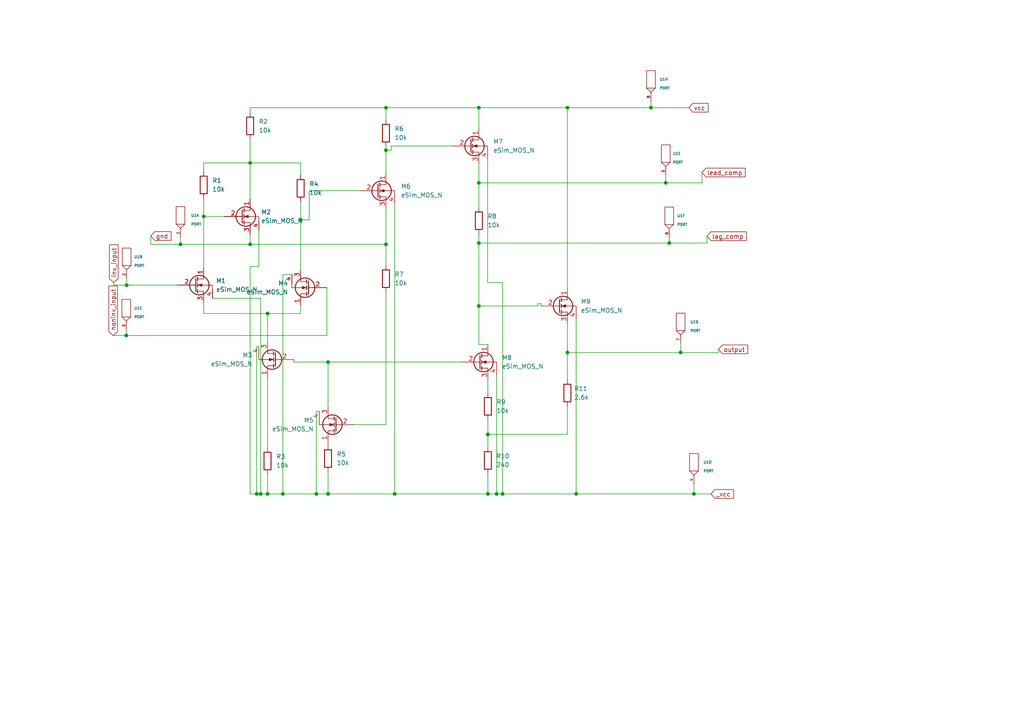
<source format=kicad_sch>
(kicad_sch (version 20211123) (generator eeschema)
  (paper "A4")
  (lib_symbols
    (symbol "eSim_Devices:eSim_MOS_N" (pin_names (offset 0) hide)
      (property "Reference" "M" (at 0 -3.81 0))
      (property "Value" "eSim_MOS_N" (at 2.54 -1.27 0))
      (symbol "eSim_MOS_N_0_1"
        (polyline (pts (xy 3.302 -7.366) (xy 3.302 -6.35)) (stroke (width 0.254)))
        (polyline (pts (xy 3.302 -6.858) (xy 5.08 -6.858)))
        (polyline (pts (xy 3.302 -5.588) (xy 3.302 -4.572)) (stroke (width 0.254)))
        (polyline (pts (xy 3.302 -5.08) (xy 5.08 -5.08)))
        (polyline (pts (xy 3.302 -3.81) (xy 3.302 -2.794)) (stroke (width 0.254)))
        (polyline (pts (xy 3.302 -3.302) (xy 5.08 -3.302)))
        (polyline (pts (xy 5.08 -7.62) (xy 5.08 -6.858)))
        (polyline (pts (xy 5.08 -3.302) (xy 5.08 -2.54)))
        (polyline (pts (xy 2.794 -6.985) (xy 2.794 -3.175) (xy 2.794 -3.175)) (stroke (width 0.254)))
        (polyline (pts (xy 5.08 -5.08) (xy 7.62 -5.08) (xy 7.62 -6.35)))
        (polyline (pts (xy 3.556 -5.08) (xy 4.572 -5.461) (xy 4.572 -4.699) (xy 3.556 -5.08)) (fill (type outline)))
        (circle (center 3.81 -5.08) (radius 2.8194) (stroke (width 0.254)))
      )
      (symbol "eSim_MOS_N_1_1"
        (pin passive line (at 5.08 0 270) (length 2.54) (name "D") (number "1"))
        (pin passive line (at -2.54 -5.08 0) (length 5.334) (name "G") (number "2"))
        (pin passive line (at 5.08 -10.16 90) (length 2.54) (name "S") (number "3"))
        (pin passive line (at 7.62 -8.89 90) (length 2.4892) (name "B") (number "4"))
      )
    )
    (symbol "eSim_Devices:resistor" (pin_numbers hide) (pin_names (offset 0))
      (property "Reference" "R" (at 1.27 3.302 0))
      (property "Value" "resistor" (at 1.27 -1.27 0))
      (symbol "resistor_0_1"
        (rectangle (start 3.81 0.254) (end -1.27 2.286) (stroke (width 0.254)))
      )
      (symbol "resistor_1_1"
        (pin passive line (at -2.54 1.27 0) (length 1.27) (name "~") (number "1"))
        (pin passive line (at 5.08 1.27 180) (length 1.27) (name "~") (number "2"))
      )
    )
    (symbol "eSim_Miscellaneous:PORT" (pin_names (offset 1.016))
      (property "Reference" "U" (at 1.27 2.54 0))
      (property "Value" "PORT" (at 0 0 0))
      (symbol "PORT_0_1"
        (rectangle (start -2.54 1.27) (end 2.54 -1.27))
        (arc (start 2.54 1.27) (mid 3.1355 0.5955) (end 3.81 0))
        (arc (start 3.81 0) (mid 3.1447 -0.6046) (end 2.54 -1.27))
      )
      (symbol "PORT_1_1"
        (pin bidirectional line (at 6.35 0 180) (length 2.54) (name "~") (number "1"))
      )
      (symbol "PORT_2_1"
        (pin bidirectional line (at 6.35 0 180) (length 2.54) (name "~") (number "2"))
      )
      (symbol "PORT_3_1"
        (pin bidirectional line (at 6.35 0 180) (length 2.54) (name "~") (number "3"))
      )
      (symbol "PORT_4_1"
        (pin bidirectional line (at 6.35 0 180) (length 2.54) (name "~") (number "4"))
      )
      (symbol "PORT_5_1"
        (pin bidirectional line (at 6.35 0 180) (length 2.54) (name "~") (number "5"))
      )
      (symbol "PORT_6_1"
        (pin bidirectional line (at 6.35 0 180) (length 2.54) (name "~") (number "6"))
      )
      (symbol "PORT_7_1"
        (pin bidirectional line (at 6.35 0 180) (length 2.54) (name "~") (number "7"))
      )
      (symbol "PORT_8_1"
        (pin bidirectional line (at 6.35 0 180) (length 2.54) (name "~") (number "8"))
      )
      (symbol "PORT_9_1"
        (pin bidirectional line (at 6.35 0 180) (length 2.54) (name "~") (number "9"))
      )
      (symbol "PORT_10_1"
        (pin bidirectional line (at 6.35 0 180) (length 2.54) (name "~") (number "10"))
      )
      (symbol "PORT_11_1"
        (pin bidirectional line (at 6.35 0 180) (length 2.54) (name "~") (number "11"))
      )
      (symbol "PORT_12_1"
        (pin bidirectional line (at 6.35 0 180) (length 2.54) (name "~") (number "12"))
      )
      (symbol "PORT_13_1"
        (pin bidirectional line (at 6.35 0 180) (length 2.54) (name "~") (number "13"))
      )
      (symbol "PORT_14_1"
        (pin bidirectional line (at 6.35 0 180) (length 2.54) (name "~") (number "14"))
      )
      (symbol "PORT_15_1"
        (pin bidirectional line (at 6.35 0 180) (length 2.54) (name "~") (number "15"))
      )
      (symbol "PORT_16_1"
        (pin bidirectional line (at 6.35 0 180) (length 2.54) (name "~") (number "16"))
      )
      (symbol "PORT_17_1"
        (pin bidirectional line (at 6.35 0 180) (length 2.54) (name "~") (number "17"))
      )
      (symbol "PORT_18_1"
        (pin bidirectional line (at 6.35 0 180) (length 2.54) (name "~") (number "18"))
      )
      (symbol "PORT_19_1"
        (pin bidirectional line (at 6.35 0 180) (length 2.54) (name "~") (number "19"))
      )
      (symbol "PORT_20_1"
        (pin bidirectional line (at 6.35 0 180) (length 2.54) (name "~") (number "20"))
      )
      (symbol "PORT_21_1"
        (pin bidirectional line (at 6.35 0 180) (length 2.54) (name "~") (number "21"))
      )
      (symbol "PORT_22_1"
        (pin bidirectional line (at 6.35 0 180) (length 2.54) (name "~") (number "22"))
      )
      (symbol "PORT_23_1"
        (pin bidirectional line (at 6.35 0 180) (length 2.54) (name "~") (number "23"))
      )
      (symbol "PORT_24_1"
        (pin bidirectional line (at 6.35 0 180) (length 2.54) (name "~") (number "24"))
      )
      (symbol "PORT_25_1"
        (pin bidirectional line (at 6.35 0 180) (length 2.54) (name "~") (number "25"))
      )
      (symbol "PORT_26_1"
        (pin bidirectional line (at 6.35 0 180) (length 2.54) (name "~") (number "26"))
      )
    )
  )
  (junction (at 194.1068 70.485))
  (junction (at 145.7706 143.256))
  (junction (at 82.042 143.256))
  (junction (at 138.8872 88.7476))
  (junction (at 36.6268 97.3074))
  (junction (at 74.4474 143.256))
  (junction (at 75.5904 143.256))
  (junction (at 59.0804 62.7888))
  (junction (at 111.9378 31.242))
  (junction (at 77.597 143.256))
  (junction (at 167.1066 143.256))
  (junction (at 72.5424 47.244))
  (junction (at 95.1484 143.256))
  (junction (at 52.3494 70.866))
  (junction (at 72.5424 70.866))
  (junction (at 138.8872 31.242))
  (junction (at 141.5034 125.984))
  (junction (at 164.5666 31.242))
  (junction (at 197.4088 102.235))
  (junction (at 164.5666 102.235))
  (junction (at 111.9378 70.866))
  (junction (at 95.1484 105.0036))
  (junction (at 36.7284 82.7024))
  (junction (at 111.9378 43.561))
  (junction (at 188.7982 31.242))
  (junction (at 138.8872 70.485))
  (junction (at 87.1982 63.7794))
  (junction (at 141.5034 143.256))
  (junction (at 114.4778 143.256))
  (junction (at 193.0908 53.0352))
  (junction (at 201.2696 143.256))
  (junction (at 91.7448 143.256))
  (junction (at 144.0434 143.256))
  (junction (at 77.597 90.932))
  (junction (at 138.8872 53.0352))
  (wire (pts (xy 164.5666 102.235) (xy 164.5666 110.1852)))
  (wire (pts (xy 77.597 137.5156) (xy 77.597 143.256)))
  (wire (pts (xy 52.3494 70.866) (xy 72.5424 70.866)))
  (wire (pts (xy 131.2672 42.3418) (xy 113.4618 42.3418)))
  (wire (pts (xy 95.1484 128.2446) (xy 95.1484 129.1844)))
  (wire (pts (xy 36.6268 97.3074) (xy 32.8168 97.3074)))
  (wire (pts (xy 43.7388 70.866) (xy 52.3494 70.866)))
  (wire (pts (xy 95.1484 143.256) (xy 114.4778 143.256)))
  (wire (pts (xy 87.1982 88.519) (xy 87.1982 90.932)))
  (wire (pts (xy 36.6268 95.7326) (xy 36.6268 97.3074)))
  (wire (pts (xy 201.2696 143.256) (xy 206.2226 143.256)))
  (wire (pts (xy 144.0434 108.8136) (xy 144.0434 143.256)))
  (wire (pts (xy 74.4474 100.4824) (xy 74.4474 143.256)))
  (wire (pts (xy 114.4778 143.256) (xy 141.5034 143.256)))
  (wire (pts (xy 141.5034 125.984) (xy 141.5034 129.7432)))
  (wire (pts (xy 138.8872 53.0352) (xy 138.8872 60.198)))
  (wire (pts (xy 77.597 143.256) (xy 82.042 143.256)))
  (wire (pts (xy 194.1068 70.485) (xy 205.0542 70.485)))
  (wire (pts (xy 156.9466 88.7476) (xy 156.9466 88.0618)))
  (wire (pts (xy 91.7448 119.3546) (xy 91.7448 143.256)))
  (wire (pts (xy 138.8872 53.0352) (xy 193.0908 53.0352)))
  (wire (pts (xy 194.1068 68.9356) (xy 194.1068 70.485)))
  (wire (pts (xy 188.7982 31.242) (xy 199.7964 31.242)))
  (wire (pts (xy 94.8182 97.3074) (xy 36.6268 97.3074)))
  (wire (pts (xy 164.5666 93.8276) (xy 164.5666 102.235)))
  (wire (pts (xy 138.8872 31.242) (xy 164.5666 31.242)))
  (wire (pts (xy 59.0804 87.7824) (xy 59.0804 90.932)))
  (wire (pts (xy 138.8872 47.4218) (xy 138.8872 53.0352)))
  (wire (pts (xy 59.0804 62.7888) (xy 59.0804 77.6224)))
  (wire (pts (xy 141.5034 121.666) (xy 141.5034 125.984)))
  (wire (pts (xy 72.5424 143.256) (xy 74.4474 143.256)))
  (wire (pts (xy 85.217 105.0036) (xy 85.217 104.2924)))
  (wire (pts (xy 72.5424 57.7088) (xy 72.5424 47.244)))
  (wire (pts (xy 133.8834 105.0036) (xy 95.1484 105.0036)))
  (wire (pts (xy 32.9946 81.915) (xy 32.9946 82.7024)))
  (wire (pts (xy 87.1982 78.359) (xy 87.1982 63.7794)))
  (wire (pts (xy 72.5424 47.244) (xy 72.5424 40.3352)))
  (wire (pts (xy 164.5666 125.984) (xy 141.5034 125.984)))
  (wire (pts (xy 111.9378 70.866) (xy 111.9378 77.0128)))
  (wire (pts (xy 89.6874 63.7794) (xy 87.1982 63.7794)))
  (wire (pts (xy 138.8872 88.7476) (xy 156.0322 88.7476)))
  (wire (pts (xy 167.1066 92.5576) (xy 167.1066 143.256)))
  (wire (pts (xy 197.4088 99.7204) (xy 197.4088 102.235)))
  (wire (pts (xy 36.7284 82.7024) (xy 51.4604 82.7024)))
  (wire (pts (xy 95.1484 136.8044) (xy 95.1484 143.256)))
  (wire (pts (xy 138.8872 67.818) (xy 138.8872 70.485)))
  (wire (pts (xy 52.3494 68.834) (xy 52.3494 70.866)))
  (wire (pts (xy 203.6064 53.0352) (xy 203.6064 50.038)))
  (wire (pts (xy 141.4272 81.9658) (xy 145.7706 81.9658)))
  (wire (pts (xy 164.5666 31.242) (xy 188.7982 31.242)))
  (wire (pts (xy 156.0322 88.0618) (xy 156.9466 88.0618)))
  (wire (pts (xy 77.597 109.3724) (xy 77.597 129.8956)))
  (wire (pts (xy 91.7448 143.256) (xy 95.1484 143.256)))
  (wire (pts (xy 138.8872 99.9236) (xy 141.5034 99.9236)))
  (wire (pts (xy 77.597 90.932) (xy 87.1982 90.932)))
  (wire (pts (xy 59.0804 47.244) (xy 59.0804 49.8348)))
  (wire (pts (xy 94.8182 83.439) (xy 94.8182 97.3074)))
  (wire (pts (xy 102.7684 123.1646) (xy 111.9378 123.1646)))
  (wire (pts (xy 145.7706 81.9658) (xy 145.7706 143.256)))
  (wire (pts (xy 164.5666 102.235) (xy 197.4088 102.235)))
  (wire (pts (xy 138.8872 70.485) (xy 194.1068 70.485)))
  (wire (pts (xy 89.6874 55.3212) (xy 89.6874 63.7794)))
  (wire (pts (xy 104.3178 55.3212) (xy 89.6874 55.3212)))
  (wire (pts (xy 141.5034 143.256) (xy 144.0434 143.256)))
  (wire (pts (xy 141.4272 46.1518) (xy 141.4272 81.9658)))
  (wire (pts (xy 208.407 102.235) (xy 208.407 101.3206)))
  (wire (pts (xy 82.042 79.629) (xy 82.042 143.256)))
  (wire (pts (xy 164.5666 117.8052) (xy 164.5666 125.984)))
  (wire (pts (xy 84.6582 79.629) (xy 82.042 79.629)))
  (wire (pts (xy 205.0542 70.485) (xy 205.0542 68.5038)))
  (wire (pts (xy 111.9378 84.6328) (xy 111.9378 123.1646)))
  (wire (pts (xy 111.9378 31.242) (xy 111.9378 34.8234)))
  (wire (pts (xy 92.6084 119.3546) (xy 91.7448 119.3546)))
  (wire (pts (xy 138.8872 37.2618) (xy 138.8872 31.242)))
  (wire (pts (xy 75.057 100.4824) (xy 74.4474 100.4824)))
  (wire (pts (xy 72.5424 31.242) (xy 111.9378 31.242)))
  (wire (pts (xy 156.0322 88.7476) (xy 156.0322 88.0618)))
  (wire (pts (xy 138.8872 70.485) (xy 138.8872 88.7476)))
  (wire (pts (xy 193.0908 50.9016) (xy 193.0908 53.0352)))
  (wire (pts (xy 77.597 90.932) (xy 77.597 99.2124)))
  (wire (pts (xy 111.9378 31.242) (xy 138.8872 31.242)))
  (wire (pts (xy 138.8872 88.7476) (xy 138.8872 99.9236)))
  (wire (pts (xy 72.5424 47.244) (xy 59.0804 47.244)))
  (wire (pts (xy 197.4088 102.235) (xy 208.407 102.235)))
  (wire (pts (xy 201.2696 140.4112) (xy 201.2696 143.256)))
  (wire (pts (xy 141.5034 110.0836) (xy 141.5034 114.046)))
  (wire (pts (xy 87.1982 50.8254) (xy 87.1982 47.244)))
  (wire (pts (xy 64.9224 62.7888) (xy 59.0804 62.7888)))
  (wire (pts (xy 59.0804 90.932) (xy 77.597 90.932)))
  (wire (pts (xy 43.7388 70.866) (xy 43.7388 68.453)))
  (wire (pts (xy 75.0824 77.3176) (xy 72.5424 77.3176)))
  (wire (pts (xy 144.0434 143.256) (xy 145.7706 143.256)))
  (wire (pts (xy 111.9378 42.4434) (xy 111.9378 43.561)))
  (wire (pts (xy 113.4618 42.3418) (xy 113.4618 43.561)))
  (wire (pts (xy 72.5424 77.3176) (xy 72.5424 143.256)))
  (wire (pts (xy 193.0908 53.0352) (xy 203.6064 53.0352)))
  (wire (pts (xy 141.5034 137.3632) (xy 141.5034 143.256)))
  (wire (pts (xy 87.1982 47.244) (xy 72.5424 47.244)))
  (wire (pts (xy 72.5424 67.8688) (xy 72.5424 70.866)))
  (wire (pts (xy 72.5424 32.7152) (xy 72.5424 31.242)))
  (wire (pts (xy 74.4474 143.256) (xy 75.5904 143.256)))
  (wire (pts (xy 111.9378 60.4012) (xy 111.9378 70.866)))
  (wire (pts (xy 36.7284 80.8482) (xy 36.7284 82.7024)))
  (wire (pts (xy 164.5666 31.242) (xy 164.5666 83.6676)))
  (wire (pts (xy 95.1484 105.0036) (xy 95.1484 118.0846)))
  (wire (pts (xy 113.4618 43.561) (xy 111.9378 43.561)))
  (wire (pts (xy 145.7706 143.256) (xy 167.1066 143.256)))
  (wire (pts (xy 87.1982 63.7794) (xy 87.1982 58.4454)))
  (wire (pts (xy 167.1066 143.256) (xy 201.2696 143.256)))
  (wire (pts (xy 61.6204 86.5124) (xy 75.5904 86.5124)))
  (wire (pts (xy 82.042 143.256) (xy 91.7448 143.256)))
  (wire (pts (xy 95.1484 105.0036) (xy 85.217 105.0036)))
  (wire (pts (xy 72.5424 70.866) (xy 111.9378 70.866)))
  (wire (pts (xy 32.9946 82.7024) (xy 36.7284 82.7024)))
  (wire (pts (xy 75.0824 66.5988) (xy 75.0824 77.3176)))
  (wire (pts (xy 75.5904 143.256) (xy 77.597 143.256)))
  (wire (pts (xy 114.4778 59.1312) (xy 114.4778 143.256)))
  (wire (pts (xy 188.7982 29.3624) (xy 188.7982 31.242)))
  (wire (pts (xy 75.5904 86.5124) (xy 75.5904 143.256)))
  (wire (pts (xy 111.9378 43.561) (xy 111.9378 50.2412)))
  (wire (pts (xy 59.0804 57.4548) (xy 59.0804 62.7888)))
  (global_label "_vcc" (shape input) (at 206.2226 143.256 0) (property "Intersheet References" "${INTERSHEET_REFS}" (effects hide)))
  (global_label "output" (shape input) (at 208.407 101.3206 0) (property "Intersheet References" "${INTERSHEET_REFS}" (effects hide)))
  (global_label "noninv_input" (shape input) (at 32.8168 97.3074 90) (property "Intersheet References" "${INTERSHEET_REFS}" (effects hide)))
  (global_label "gnd" (shape input) (at 43.7388 68.453 0) (property "Intersheet References" "${INTERSHEET_REFS}" (effects hide)))
  (global_label "lead_comp" (shape input) (at 203.6064 50.038 0) (property "Intersheet References" "${INTERSHEET_REFS}" (effects hide)))
  (global_label "lag_comp" (shape input) (at 205.0542 68.5038 0) (property "Intersheet References" "${INTERSHEET_REFS}" (effects hide)))
  (global_label "vcc" (shape input) (at 199.7964 31.242 0) (property "Intersheet References" "${INTERSHEET_REFS}" (effects hide)))
  (global_label "inv_input" (shape input) (at 32.9946 81.915 90) (property "Intersheet References" "${INTERSHEET_REFS}" (effects hide)))
  (symbol (lib_id "eSim_Devices:resistor") (at 140.1572 65.278 90) (unit 1)
    (property "Reference" "R8" (at 141.3764 62.7379 90) (effects (justify right)))
    (property "Value" "10k" (at 141.3764 65.2779 90) (effects (justify right)))
  )
  (symbol (lib_id "eSim_Miscellaneous:PORT") (at 193.0908 44.5516 270) (unit 5)
    (property "Reference" "U1" (at 195.1228 44.5516 90) (effects (font (size 0.762 0.762)) (justify left)))
    (property "Value" "PORT" (at 195.1228 47.0916 90) (effects (font (size 0.762 0.762)) (justify left)))
  )
  (symbol (lib_id "eSim_Devices:resistor") (at 113.2078 39.9034 90) (unit 1)
    (property "Reference" "R6" (at 114.427 37.3633 90) (effects (justify right)))
    (property "Value" "10k" (at 114.427 39.9033 90) (effects (justify right)))
  )
  (symbol (lib_id "eSim_Miscellaneous:PORT") (at 36.6268 89.3826 270) (unit 3)
    (property "Reference" "U1" (at 38.9128 89.3826 90) (effects (font (size 0.762 0.762)) (justify left)))
    (property "Value" "PORT" (at 38.9128 91.9226 90) (effects (font (size 0.762 0.762)) (justify left)))
  )
  (symbol (lib_id "eSim_Devices:resistor") (at 88.4682 55.9054 90) (unit 1)
    (property "Reference" "R4" (at 89.6874 53.3653 90) (effects (justify right)))
    (property "Value" "10k" (at 89.6874 55.9053 90) (effects (justify right)))
  )
  (symbol (lib_id "eSim_Devices:resistor") (at 113.2078 82.0928 90) (unit 1)
    (property "Reference" "R7" (at 114.427 79.5527 90) (effects (justify right)))
    (property "Value" "10k" (at 114.427 82.0927 90) (effects (justify right)))
  )
  (symbol (lib_id "eSim_Devices:resistor") (at 73.8124 37.7952 90) (unit 1)
    (property "Reference" "R2" (at 75.0316 35.2551 90) (effects (justify right)))
    (property "Value" "10k" (at 75.0316 37.7951 90) (effects (justify right)))
  )
  (symbol (lib_id "eSim_Devices:eSim_MOS_N") (at 159.4866 83.6676 0) (unit 1)
    (property "Reference" "M9" (at 168.4528 87.4775 0) (effects (justify left)))
    (property "Value" "eSim_MOS_N" (at 168.4528 90.0175 0) (effects (justify left)))
  )
  (symbol (lib_id "eSim_Miscellaneous:PORT") (at 197.4088 93.3704 270) (unit 7)
    (property "Reference" "U1" (at 200.2028 93.3704 90) (effects (font (size 0.762 0.762)) (justify left)))
    (property "Value" "PORT" (at 200.2028 95.9104 90) (effects (font (size 0.762 0.762)) (justify left)))
  )
  (symbol (lib_id "eSim_Miscellaneous:PORT") (at 194.1068 62.5856 270) (unit 6)
    (property "Reference" "U1" (at 196.3928 62.5856 90) (effects (font (size 0.762 0.762)) (justify left)))
    (property "Value" "PORT" (at 196.3928 65.1256 90) (effects (font (size 0.762 0.762)) (justify left)))
  )
  (symbol (lib_id "eSim_Devices:resistor") (at 142.7734 134.8232 90) (unit 1)
    (property "Reference" "R10" (at 143.891 132.2831 90) (effects (justify right)))
    (property "Value" "240" (at 143.891 134.8231 90) (effects (justify right)))
  )
  (symbol (lib_id "eSim_Miscellaneous:PORT") (at 201.2696 134.0612 270) (unit 4)
    (property "Reference" "U1" (at 204.0128 134.0612 90) (effects (font (size 0.762 0.762)) (justify left)))
    (property "Value" "PORT" (at 204.0128 136.6012 90) (effects (font (size 0.762 0.762)) (justify left)))
  )
  (symbol (lib_id "eSim_Devices:eSim_MOS_N") (at 54.0004 77.6224 0) (unit 1)
    (property "Reference" "M1" (at 62.6618 81.4323 0) (effects (justify left)))
    (property "Value" "eSim_MOS_N" (at 62.6618 83.9723 0) (effects (justify left)))
  )
  (symbol (lib_id "eSim_Miscellaneous:PORT") (at 36.7284 74.4982 270) (unit 2)
    (property "Reference" "U1" (at 38.9128 74.4982 90) (effects (font (size 0.762 0.762)) (justify left)))
    (property "Value" "PORT" (at 38.9128 77.0382 90) (effects (font (size 0.762 0.762)) (justify left)))
  )
  (symbol (lib_id "eSim_Miscellaneous:PORT") (at 52.3494 62.484 270) (unit 1)
    (property "Reference" "U1" (at 55.4228 62.484 90) (effects (font (size 0.762 0.762)) (justify left)))
    (property "Value" "PORT" (at 55.4228 65.024 90) (effects (font (size 0.762 0.762)) (justify left)))
  )
  (symbol (lib_id "eSim_Devices:resistor") (at 78.867 134.9756 90) (unit 1)
    (property "Reference" "R3" (at 80.0862 132.4355 90) (effects (justify right)))
    (property "Value" "10k" (at 80.0862 134.9755 90) (effects (justify right)))
  )
  (symbol (lib_id "eSim_Devices:resistor") (at 60.3504 54.9148 90) (unit 1)
    (property "Reference" "R1" (at 61.5696 52.3747 90) (effects (justify right)))
    (property "Value" "10k" (at 61.5696 54.9147 90) (effects (justify right)))
  )
  (symbol (lib_id "eSim_Devices:resistor") (at 165.8366 115.2652 90) (unit 1)
    (property "Reference" "R11" (at 166.5224 112.7251 90) (effects (justify right)))
    (property "Value" "2.6k" (at 166.5224 115.2651 90) (effects (justify right)))
  )
  (symbol (lib_id "eSim_Devices:eSim_MOS_N") (at 100.2284 128.2446 180) (unit 1)
    (property "Reference" "M5" (at 90.9828 121.8945 0) (effects (justify left)))
    (property "Value" "eSim_MOS_N" (at 90.9828 124.4345 0) (effects (justify left)))
  )
  (symbol (lib_id "eSim_Devices:eSim_MOS_N") (at 106.8578 50.2412 0) (unit 1)
    (property "Reference" "M6" (at 116.2812 54.0511 0) (effects (justify left)))
    (property "Value" "eSim_MOS_N" (at 116.2812 56.5911 0) (effects (justify left)))
  )
  (symbol (lib_id "eSim_Devices:eSim_MOS_N") (at 82.677 109.3724 180) (unit 1)
    (property "Reference" "M3" (at 73.2028 103.0223 0) (effects (justify left)))
    (property "Value" "eSim_MOS_N" (at 73.2028 105.5623 0) (effects (justify left)))
  )
  (symbol (lib_id "eSim_Devices:eSim_MOS_N") (at 67.4624 57.7088 0) (unit 1)
    (property "Reference" "M2" (at 75.7428 61.5187 0) (effects (justify left)))
    (property "Value" "eSim_MOS_N" (at 75.7428 64.0587 0) (effects (justify left)))
  )
  (symbol (lib_id "eSim_Devices:eSim_MOS_N") (at 136.4234 99.9236 0) (unit 1)
    (property "Reference" "M8" (at 145.5928 103.7335 0) (effects (justify left)))
    (property "Value" "eSim_MOS_N" (at 145.5928 106.2735 0) (effects (justify left)))
  )
  (symbol (lib_id "eSim_Miscellaneous:PORT") (at 188.7982 23.0124 270) (unit 8)
    (property "Reference" "U1" (at 191.3128 23.0124 90) (effects (font (size 0.762 0.762)) (justify left)))
    (property "Value" "PORT" (at 191.3128 25.5524 90) (effects (font (size 0.762 0.762)) (justify left)))
  )
  (symbol (lib_id "eSim_Devices:eSim_MOS_N") (at 92.2782 88.519 180) (unit 1)
    (property "Reference" "M4" (at 83.566 82.1689 0) (effects (justify left)))
    (property "Value" "eSim_MOS_N" (at 83.566 84.7089 0) (effects (justify left)))
  )
  (symbol (lib_id "eSim_Devices:resistor") (at 96.4184 134.2644 90) (unit 1)
    (property "Reference" "R5" (at 97.6376 131.7243 90) (effects (justify right)))
    (property "Value" "10k" (at 97.6376 134.2643 90) (effects (justify right)))
  )
  (symbol (lib_id "eSim_Devices:eSim_MOS_N") (at 133.8072 37.2618 0) (unit 1)
    (property "Reference" "M7" (at 143.0528 41.0717 0) (effects (justify left)))
    (property "Value" "eSim_MOS_N" (at 143.0528 43.6117 0) (effects (justify left)))
  )
  (symbol (lib_id "eSim_Devices:resistor") (at 142.7734 119.126 90) (unit 1)
    (property "Reference" "R9" (at 143.9926 116.5859 90) (effects (justify right)))
    (property "Value" "10k" (at 143.9926 119.1259 90) (effects (justify right)))
  )
)
</source>
